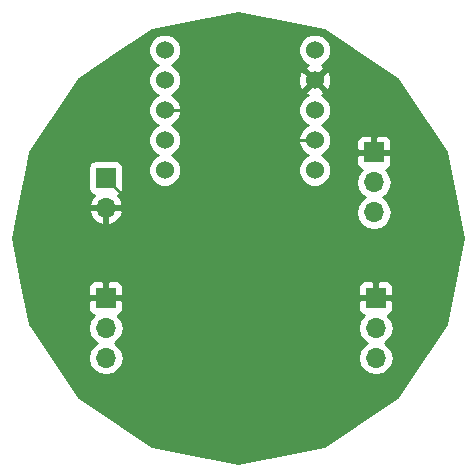
<source format=gbr>
G04 #@! TF.FileFunction,Copper,L2,Bot,Signal*
%FSLAX46Y46*%
G04 Gerber Fmt 4.6, Leading zero omitted, Abs format (unit mm)*
G04 Created by KiCad (PCBNEW 4.0.7) date 06/11/18 13:15:31*
%MOMM*%
%LPD*%
G01*
G04 APERTURE LIST*
%ADD10C,0.100000*%
%ADD11C,1.524000*%
%ADD12R,1.700000X1.700000*%
%ADD13O,1.700000X1.700000*%
%ADD14C,0.250000*%
%ADD15C,0.254000*%
G04 APERTURE END LIST*
D10*
D11*
X150431500Y-114522600D03*
X150431500Y-117062600D03*
X150431500Y-119602600D03*
X150431500Y-122142600D03*
X150431500Y-124682600D03*
X163131500Y-114522600D03*
X163131500Y-117062600D03*
X163131500Y-119602600D03*
X163131500Y-122142600D03*
X163131500Y-124682600D03*
D12*
X145440400Y-125349000D03*
D13*
X145440400Y-127889000D03*
D12*
X145440400Y-135509000D03*
D13*
X145440400Y-138049000D03*
X145440400Y-140589000D03*
D12*
X168300400Y-135509000D03*
D13*
X168300400Y-138049000D03*
X168300400Y-140589000D03*
D12*
X168148000Y-123190000D03*
D13*
X168148000Y-125730000D03*
X168148000Y-128270000D03*
D14*
X163131500Y-122142600D02*
X154717400Y-122142600D01*
X146857720Y-126766320D02*
X145440400Y-125349000D01*
X151185880Y-126766320D02*
X146857720Y-126766320D01*
X153111200Y-124841000D02*
X151185880Y-126766320D01*
X153111200Y-123748800D02*
X153111200Y-124841000D01*
X154717400Y-122142600D02*
X153111200Y-123748800D01*
X150431500Y-119602600D02*
X159573880Y-119602600D01*
X159872680Y-115336320D02*
X158028640Y-113492280D01*
X159872680Y-119303800D02*
X159872680Y-115336320D01*
X159573880Y-119602600D02*
X159872680Y-119303800D01*
D15*
G36*
X163938579Y-112813017D02*
X170124490Y-116946310D01*
X174257783Y-123132221D01*
X175709203Y-130429000D01*
X174257783Y-137725779D01*
X170124490Y-143911690D01*
X163938579Y-148044983D01*
X156641800Y-149496403D01*
X149345021Y-148044983D01*
X143159110Y-143911690D01*
X139241787Y-138049000D01*
X143926307Y-138049000D01*
X144039346Y-138617285D01*
X144361253Y-139099054D01*
X144690426Y-139319000D01*
X144361253Y-139538946D01*
X144039346Y-140020715D01*
X143926307Y-140589000D01*
X144039346Y-141157285D01*
X144361253Y-141639054D01*
X144843022Y-141960961D01*
X145411307Y-142074000D01*
X145469493Y-142074000D01*
X146037778Y-141960961D01*
X146519547Y-141639054D01*
X146841454Y-141157285D01*
X146954493Y-140589000D01*
X146841454Y-140020715D01*
X146519547Y-139538946D01*
X146190374Y-139319000D01*
X146519547Y-139099054D01*
X146841454Y-138617285D01*
X146954493Y-138049000D01*
X166786307Y-138049000D01*
X166899346Y-138617285D01*
X167221253Y-139099054D01*
X167550426Y-139319000D01*
X167221253Y-139538946D01*
X166899346Y-140020715D01*
X166786307Y-140589000D01*
X166899346Y-141157285D01*
X167221253Y-141639054D01*
X167703022Y-141960961D01*
X168271307Y-142074000D01*
X168329493Y-142074000D01*
X168897778Y-141960961D01*
X169379547Y-141639054D01*
X169701454Y-141157285D01*
X169814493Y-140589000D01*
X169701454Y-140020715D01*
X169379547Y-139538946D01*
X169050374Y-139319000D01*
X169379547Y-139099054D01*
X169701454Y-138617285D01*
X169814493Y-138049000D01*
X169701454Y-137480715D01*
X169379547Y-136998946D01*
X169335623Y-136969597D01*
X169510098Y-136897327D01*
X169688727Y-136718699D01*
X169785400Y-136485310D01*
X169785400Y-135794750D01*
X169626650Y-135636000D01*
X168427400Y-135636000D01*
X168427400Y-135656000D01*
X168173400Y-135656000D01*
X168173400Y-135636000D01*
X166974150Y-135636000D01*
X166815400Y-135794750D01*
X166815400Y-136485310D01*
X166912073Y-136718699D01*
X167090702Y-136897327D01*
X167265177Y-136969597D01*
X167221253Y-136998946D01*
X166899346Y-137480715D01*
X166786307Y-138049000D01*
X146954493Y-138049000D01*
X146841454Y-137480715D01*
X146519547Y-136998946D01*
X146475623Y-136969597D01*
X146650098Y-136897327D01*
X146828727Y-136718699D01*
X146925400Y-136485310D01*
X146925400Y-135794750D01*
X146766650Y-135636000D01*
X145567400Y-135636000D01*
X145567400Y-135656000D01*
X145313400Y-135656000D01*
X145313400Y-135636000D01*
X144114150Y-135636000D01*
X143955400Y-135794750D01*
X143955400Y-136485310D01*
X144052073Y-136718699D01*
X144230702Y-136897327D01*
X144405177Y-136969597D01*
X144361253Y-136998946D01*
X144039346Y-137480715D01*
X143926307Y-138049000D01*
X139241787Y-138049000D01*
X139025817Y-137725779D01*
X138390672Y-134532690D01*
X143955400Y-134532690D01*
X143955400Y-135223250D01*
X144114150Y-135382000D01*
X145313400Y-135382000D01*
X145313400Y-134182750D01*
X145567400Y-134182750D01*
X145567400Y-135382000D01*
X146766650Y-135382000D01*
X146925400Y-135223250D01*
X146925400Y-134532690D01*
X166815400Y-134532690D01*
X166815400Y-135223250D01*
X166974150Y-135382000D01*
X168173400Y-135382000D01*
X168173400Y-134182750D01*
X168427400Y-134182750D01*
X168427400Y-135382000D01*
X169626650Y-135382000D01*
X169785400Y-135223250D01*
X169785400Y-134532690D01*
X169688727Y-134299301D01*
X169510098Y-134120673D01*
X169276709Y-134024000D01*
X168586150Y-134024000D01*
X168427400Y-134182750D01*
X168173400Y-134182750D01*
X168014650Y-134024000D01*
X167324091Y-134024000D01*
X167090702Y-134120673D01*
X166912073Y-134299301D01*
X166815400Y-134532690D01*
X146925400Y-134532690D01*
X146828727Y-134299301D01*
X146650098Y-134120673D01*
X146416709Y-134024000D01*
X145726150Y-134024000D01*
X145567400Y-134182750D01*
X145313400Y-134182750D01*
X145154650Y-134024000D01*
X144464091Y-134024000D01*
X144230702Y-134120673D01*
X144052073Y-134299301D01*
X143955400Y-134532690D01*
X138390672Y-134532690D01*
X137574397Y-130429000D01*
X138008644Y-128245890D01*
X143998924Y-128245890D01*
X144168755Y-128655924D01*
X144559042Y-129084183D01*
X145083508Y-129330486D01*
X145313400Y-129209819D01*
X145313400Y-128016000D01*
X145567400Y-128016000D01*
X145567400Y-129209819D01*
X145797292Y-129330486D01*
X146321758Y-129084183D01*
X146712045Y-128655924D01*
X146881876Y-128245890D01*
X146760555Y-128016000D01*
X145567400Y-128016000D01*
X145313400Y-128016000D01*
X144120245Y-128016000D01*
X143998924Y-128245890D01*
X138008644Y-128245890D01*
X138753947Y-124499000D01*
X143942960Y-124499000D01*
X143942960Y-126199000D01*
X143987238Y-126434317D01*
X144126310Y-126650441D01*
X144338510Y-126795431D01*
X144446507Y-126817301D01*
X144168755Y-127122076D01*
X143998924Y-127532110D01*
X144120245Y-127762000D01*
X145313400Y-127762000D01*
X145313400Y-127742000D01*
X145567400Y-127742000D01*
X145567400Y-127762000D01*
X146760555Y-127762000D01*
X146881876Y-127532110D01*
X146712045Y-127122076D01*
X146435899Y-126819063D01*
X146525717Y-126802162D01*
X146741841Y-126663090D01*
X146886831Y-126450890D01*
X146937840Y-126199000D01*
X146937840Y-124499000D01*
X146893562Y-124263683D01*
X146754490Y-124047559D01*
X146542290Y-123902569D01*
X146290400Y-123851560D01*
X144590400Y-123851560D01*
X144355083Y-123895838D01*
X144138959Y-124034910D01*
X143993969Y-124247110D01*
X143942960Y-124499000D01*
X138753947Y-124499000D01*
X139025817Y-123132221D01*
X143146132Y-116965733D01*
X143164440Y-116942749D01*
X146372396Y-114799261D01*
X149034258Y-114799261D01*
X149246490Y-115312903D01*
X149639130Y-115706229D01*
X149847012Y-115792549D01*
X149641197Y-115877590D01*
X149247871Y-116270230D01*
X149034743Y-116783500D01*
X149034258Y-117339261D01*
X149246490Y-117852903D01*
X149639130Y-118246229D01*
X149847012Y-118332549D01*
X149641197Y-118417590D01*
X149247871Y-118810230D01*
X149034743Y-119323500D01*
X149034258Y-119879261D01*
X149246490Y-120392903D01*
X149639130Y-120786229D01*
X149847012Y-120872549D01*
X149641197Y-120957590D01*
X149247871Y-121350230D01*
X149034743Y-121863500D01*
X149034258Y-122419261D01*
X149246490Y-122932903D01*
X149639130Y-123326229D01*
X149847012Y-123412549D01*
X149641197Y-123497590D01*
X149247871Y-123890230D01*
X149034743Y-124403500D01*
X149034258Y-124959261D01*
X149246490Y-125472903D01*
X149639130Y-125866229D01*
X150152400Y-126079357D01*
X150708161Y-126079842D01*
X151221803Y-125867610D01*
X151615129Y-125474970D01*
X151828257Y-124961700D01*
X151828742Y-124405939D01*
X151616510Y-123892297D01*
X151223870Y-123498971D01*
X151015988Y-123412651D01*
X151221803Y-123327610D01*
X151615129Y-122934970D01*
X151828257Y-122421700D01*
X151828742Y-121865939D01*
X151616510Y-121352297D01*
X151223870Y-120958971D01*
X151015988Y-120872651D01*
X151221803Y-120787610D01*
X151615129Y-120394970D01*
X151828257Y-119881700D01*
X151828259Y-119879261D01*
X161734258Y-119879261D01*
X161946490Y-120392903D01*
X162339130Y-120786229D01*
X162547012Y-120872549D01*
X162341197Y-120957590D01*
X161947871Y-121350230D01*
X161734743Y-121863500D01*
X161734258Y-122419261D01*
X161946490Y-122932903D01*
X162339130Y-123326229D01*
X162547012Y-123412549D01*
X162341197Y-123497590D01*
X161947871Y-123890230D01*
X161734743Y-124403500D01*
X161734258Y-124959261D01*
X161946490Y-125472903D01*
X162339130Y-125866229D01*
X162852400Y-126079357D01*
X163408161Y-126079842D01*
X163921803Y-125867610D01*
X164059653Y-125730000D01*
X166633907Y-125730000D01*
X166746946Y-126298285D01*
X167068853Y-126780054D01*
X167398026Y-127000000D01*
X167068853Y-127219946D01*
X166746946Y-127701715D01*
X166633907Y-128270000D01*
X166746946Y-128838285D01*
X167068853Y-129320054D01*
X167550622Y-129641961D01*
X168118907Y-129755000D01*
X168177093Y-129755000D01*
X168745378Y-129641961D01*
X169227147Y-129320054D01*
X169549054Y-128838285D01*
X169662093Y-128270000D01*
X169549054Y-127701715D01*
X169227147Y-127219946D01*
X168897974Y-127000000D01*
X169227147Y-126780054D01*
X169549054Y-126298285D01*
X169662093Y-125730000D01*
X169549054Y-125161715D01*
X169227147Y-124679946D01*
X169183223Y-124650597D01*
X169357698Y-124578327D01*
X169536327Y-124399699D01*
X169633000Y-124166310D01*
X169633000Y-123475750D01*
X169474250Y-123317000D01*
X168275000Y-123317000D01*
X168275000Y-123337000D01*
X168021000Y-123337000D01*
X168021000Y-123317000D01*
X166821750Y-123317000D01*
X166663000Y-123475750D01*
X166663000Y-124166310D01*
X166759673Y-124399699D01*
X166938302Y-124578327D01*
X167112777Y-124650597D01*
X167068853Y-124679946D01*
X166746946Y-125161715D01*
X166633907Y-125730000D01*
X164059653Y-125730000D01*
X164315129Y-125474970D01*
X164528257Y-124961700D01*
X164528742Y-124405939D01*
X164316510Y-123892297D01*
X163923870Y-123498971D01*
X163715988Y-123412651D01*
X163921803Y-123327610D01*
X164315129Y-122934970D01*
X164528257Y-122421700D01*
X164528438Y-122213690D01*
X166663000Y-122213690D01*
X166663000Y-122904250D01*
X166821750Y-123063000D01*
X168021000Y-123063000D01*
X168021000Y-121863750D01*
X168275000Y-121863750D01*
X168275000Y-123063000D01*
X169474250Y-123063000D01*
X169633000Y-122904250D01*
X169633000Y-122213690D01*
X169536327Y-121980301D01*
X169357698Y-121801673D01*
X169124309Y-121705000D01*
X168433750Y-121705000D01*
X168275000Y-121863750D01*
X168021000Y-121863750D01*
X167862250Y-121705000D01*
X167171691Y-121705000D01*
X166938302Y-121801673D01*
X166759673Y-121980301D01*
X166663000Y-122213690D01*
X164528438Y-122213690D01*
X164528742Y-121865939D01*
X164316510Y-121352297D01*
X163923870Y-120958971D01*
X163715988Y-120872651D01*
X163921803Y-120787610D01*
X164315129Y-120394970D01*
X164528257Y-119881700D01*
X164528742Y-119325939D01*
X164316510Y-118812297D01*
X163923870Y-118418971D01*
X163731773Y-118339205D01*
X163862643Y-118284997D01*
X163932108Y-118042813D01*
X163131500Y-117242205D01*
X162330892Y-118042813D01*
X162400357Y-118284997D01*
X162540818Y-118335109D01*
X162341197Y-118417590D01*
X161947871Y-118810230D01*
X161734743Y-119323500D01*
X161734258Y-119879261D01*
X151828259Y-119879261D01*
X151828742Y-119325939D01*
X151616510Y-118812297D01*
X151223870Y-118418971D01*
X151015988Y-118332651D01*
X151221803Y-118247610D01*
X151615129Y-117854970D01*
X151828257Y-117341700D01*
X151828681Y-116854902D01*
X161722356Y-116854902D01*
X161750138Y-117409968D01*
X161909103Y-117793743D01*
X162151287Y-117863208D01*
X162951895Y-117062600D01*
X163311105Y-117062600D01*
X164111713Y-117863208D01*
X164353897Y-117793743D01*
X164540644Y-117270298D01*
X164512862Y-116715232D01*
X164353897Y-116331457D01*
X164111713Y-116261992D01*
X163311105Y-117062600D01*
X162951895Y-117062600D01*
X162151287Y-116261992D01*
X161909103Y-116331457D01*
X161722356Y-116854902D01*
X151828681Y-116854902D01*
X151828742Y-116785939D01*
X151616510Y-116272297D01*
X151223870Y-115878971D01*
X151015988Y-115792651D01*
X151221803Y-115707610D01*
X151615129Y-115314970D01*
X151828257Y-114801700D01*
X151828259Y-114799261D01*
X161734258Y-114799261D01*
X161946490Y-115312903D01*
X162339130Y-115706229D01*
X162531227Y-115785995D01*
X162400357Y-115840203D01*
X162330892Y-116082387D01*
X163131500Y-116882995D01*
X163932108Y-116082387D01*
X163862643Y-115840203D01*
X163722182Y-115790091D01*
X163921803Y-115707610D01*
X164315129Y-115314970D01*
X164528257Y-114801700D01*
X164528742Y-114245939D01*
X164316510Y-113732297D01*
X163923870Y-113338971D01*
X163410600Y-113125843D01*
X162854839Y-113125358D01*
X162341197Y-113337590D01*
X161947871Y-113730230D01*
X161734743Y-114243500D01*
X161734258Y-114799261D01*
X151828259Y-114799261D01*
X151828742Y-114245939D01*
X151616510Y-113732297D01*
X151223870Y-113338971D01*
X150710600Y-113125843D01*
X150154839Y-113125358D01*
X149641197Y-113337590D01*
X149247871Y-113730230D01*
X149034743Y-114243500D01*
X149034258Y-114799261D01*
X146372396Y-114799261D01*
X149345021Y-112813017D01*
X156641800Y-111361597D01*
X163938579Y-112813017D01*
X163938579Y-112813017D01*
G37*
X163938579Y-112813017D02*
X170124490Y-116946310D01*
X174257783Y-123132221D01*
X175709203Y-130429000D01*
X174257783Y-137725779D01*
X170124490Y-143911690D01*
X163938579Y-148044983D01*
X156641800Y-149496403D01*
X149345021Y-148044983D01*
X143159110Y-143911690D01*
X139241787Y-138049000D01*
X143926307Y-138049000D01*
X144039346Y-138617285D01*
X144361253Y-139099054D01*
X144690426Y-139319000D01*
X144361253Y-139538946D01*
X144039346Y-140020715D01*
X143926307Y-140589000D01*
X144039346Y-141157285D01*
X144361253Y-141639054D01*
X144843022Y-141960961D01*
X145411307Y-142074000D01*
X145469493Y-142074000D01*
X146037778Y-141960961D01*
X146519547Y-141639054D01*
X146841454Y-141157285D01*
X146954493Y-140589000D01*
X146841454Y-140020715D01*
X146519547Y-139538946D01*
X146190374Y-139319000D01*
X146519547Y-139099054D01*
X146841454Y-138617285D01*
X146954493Y-138049000D01*
X166786307Y-138049000D01*
X166899346Y-138617285D01*
X167221253Y-139099054D01*
X167550426Y-139319000D01*
X167221253Y-139538946D01*
X166899346Y-140020715D01*
X166786307Y-140589000D01*
X166899346Y-141157285D01*
X167221253Y-141639054D01*
X167703022Y-141960961D01*
X168271307Y-142074000D01*
X168329493Y-142074000D01*
X168897778Y-141960961D01*
X169379547Y-141639054D01*
X169701454Y-141157285D01*
X169814493Y-140589000D01*
X169701454Y-140020715D01*
X169379547Y-139538946D01*
X169050374Y-139319000D01*
X169379547Y-139099054D01*
X169701454Y-138617285D01*
X169814493Y-138049000D01*
X169701454Y-137480715D01*
X169379547Y-136998946D01*
X169335623Y-136969597D01*
X169510098Y-136897327D01*
X169688727Y-136718699D01*
X169785400Y-136485310D01*
X169785400Y-135794750D01*
X169626650Y-135636000D01*
X168427400Y-135636000D01*
X168427400Y-135656000D01*
X168173400Y-135656000D01*
X168173400Y-135636000D01*
X166974150Y-135636000D01*
X166815400Y-135794750D01*
X166815400Y-136485310D01*
X166912073Y-136718699D01*
X167090702Y-136897327D01*
X167265177Y-136969597D01*
X167221253Y-136998946D01*
X166899346Y-137480715D01*
X166786307Y-138049000D01*
X146954493Y-138049000D01*
X146841454Y-137480715D01*
X146519547Y-136998946D01*
X146475623Y-136969597D01*
X146650098Y-136897327D01*
X146828727Y-136718699D01*
X146925400Y-136485310D01*
X146925400Y-135794750D01*
X146766650Y-135636000D01*
X145567400Y-135636000D01*
X145567400Y-135656000D01*
X145313400Y-135656000D01*
X145313400Y-135636000D01*
X144114150Y-135636000D01*
X143955400Y-135794750D01*
X143955400Y-136485310D01*
X144052073Y-136718699D01*
X144230702Y-136897327D01*
X144405177Y-136969597D01*
X144361253Y-136998946D01*
X144039346Y-137480715D01*
X143926307Y-138049000D01*
X139241787Y-138049000D01*
X139025817Y-137725779D01*
X138390672Y-134532690D01*
X143955400Y-134532690D01*
X143955400Y-135223250D01*
X144114150Y-135382000D01*
X145313400Y-135382000D01*
X145313400Y-134182750D01*
X145567400Y-134182750D01*
X145567400Y-135382000D01*
X146766650Y-135382000D01*
X146925400Y-135223250D01*
X146925400Y-134532690D01*
X166815400Y-134532690D01*
X166815400Y-135223250D01*
X166974150Y-135382000D01*
X168173400Y-135382000D01*
X168173400Y-134182750D01*
X168427400Y-134182750D01*
X168427400Y-135382000D01*
X169626650Y-135382000D01*
X169785400Y-135223250D01*
X169785400Y-134532690D01*
X169688727Y-134299301D01*
X169510098Y-134120673D01*
X169276709Y-134024000D01*
X168586150Y-134024000D01*
X168427400Y-134182750D01*
X168173400Y-134182750D01*
X168014650Y-134024000D01*
X167324091Y-134024000D01*
X167090702Y-134120673D01*
X166912073Y-134299301D01*
X166815400Y-134532690D01*
X146925400Y-134532690D01*
X146828727Y-134299301D01*
X146650098Y-134120673D01*
X146416709Y-134024000D01*
X145726150Y-134024000D01*
X145567400Y-134182750D01*
X145313400Y-134182750D01*
X145154650Y-134024000D01*
X144464091Y-134024000D01*
X144230702Y-134120673D01*
X144052073Y-134299301D01*
X143955400Y-134532690D01*
X138390672Y-134532690D01*
X137574397Y-130429000D01*
X138008644Y-128245890D01*
X143998924Y-128245890D01*
X144168755Y-128655924D01*
X144559042Y-129084183D01*
X145083508Y-129330486D01*
X145313400Y-129209819D01*
X145313400Y-128016000D01*
X145567400Y-128016000D01*
X145567400Y-129209819D01*
X145797292Y-129330486D01*
X146321758Y-129084183D01*
X146712045Y-128655924D01*
X146881876Y-128245890D01*
X146760555Y-128016000D01*
X145567400Y-128016000D01*
X145313400Y-128016000D01*
X144120245Y-128016000D01*
X143998924Y-128245890D01*
X138008644Y-128245890D01*
X138753947Y-124499000D01*
X143942960Y-124499000D01*
X143942960Y-126199000D01*
X143987238Y-126434317D01*
X144126310Y-126650441D01*
X144338510Y-126795431D01*
X144446507Y-126817301D01*
X144168755Y-127122076D01*
X143998924Y-127532110D01*
X144120245Y-127762000D01*
X145313400Y-127762000D01*
X145313400Y-127742000D01*
X145567400Y-127742000D01*
X145567400Y-127762000D01*
X146760555Y-127762000D01*
X146881876Y-127532110D01*
X146712045Y-127122076D01*
X146435899Y-126819063D01*
X146525717Y-126802162D01*
X146741841Y-126663090D01*
X146886831Y-126450890D01*
X146937840Y-126199000D01*
X146937840Y-124499000D01*
X146893562Y-124263683D01*
X146754490Y-124047559D01*
X146542290Y-123902569D01*
X146290400Y-123851560D01*
X144590400Y-123851560D01*
X144355083Y-123895838D01*
X144138959Y-124034910D01*
X143993969Y-124247110D01*
X143942960Y-124499000D01*
X138753947Y-124499000D01*
X139025817Y-123132221D01*
X143146132Y-116965733D01*
X143164440Y-116942749D01*
X146372396Y-114799261D01*
X149034258Y-114799261D01*
X149246490Y-115312903D01*
X149639130Y-115706229D01*
X149847012Y-115792549D01*
X149641197Y-115877590D01*
X149247871Y-116270230D01*
X149034743Y-116783500D01*
X149034258Y-117339261D01*
X149246490Y-117852903D01*
X149639130Y-118246229D01*
X149847012Y-118332549D01*
X149641197Y-118417590D01*
X149247871Y-118810230D01*
X149034743Y-119323500D01*
X149034258Y-119879261D01*
X149246490Y-120392903D01*
X149639130Y-120786229D01*
X149847012Y-120872549D01*
X149641197Y-120957590D01*
X149247871Y-121350230D01*
X149034743Y-121863500D01*
X149034258Y-122419261D01*
X149246490Y-122932903D01*
X149639130Y-123326229D01*
X149847012Y-123412549D01*
X149641197Y-123497590D01*
X149247871Y-123890230D01*
X149034743Y-124403500D01*
X149034258Y-124959261D01*
X149246490Y-125472903D01*
X149639130Y-125866229D01*
X150152400Y-126079357D01*
X150708161Y-126079842D01*
X151221803Y-125867610D01*
X151615129Y-125474970D01*
X151828257Y-124961700D01*
X151828742Y-124405939D01*
X151616510Y-123892297D01*
X151223870Y-123498971D01*
X151015988Y-123412651D01*
X151221803Y-123327610D01*
X151615129Y-122934970D01*
X151828257Y-122421700D01*
X151828742Y-121865939D01*
X151616510Y-121352297D01*
X151223870Y-120958971D01*
X151015988Y-120872651D01*
X151221803Y-120787610D01*
X151615129Y-120394970D01*
X151828257Y-119881700D01*
X151828259Y-119879261D01*
X161734258Y-119879261D01*
X161946490Y-120392903D01*
X162339130Y-120786229D01*
X162547012Y-120872549D01*
X162341197Y-120957590D01*
X161947871Y-121350230D01*
X161734743Y-121863500D01*
X161734258Y-122419261D01*
X161946490Y-122932903D01*
X162339130Y-123326229D01*
X162547012Y-123412549D01*
X162341197Y-123497590D01*
X161947871Y-123890230D01*
X161734743Y-124403500D01*
X161734258Y-124959261D01*
X161946490Y-125472903D01*
X162339130Y-125866229D01*
X162852400Y-126079357D01*
X163408161Y-126079842D01*
X163921803Y-125867610D01*
X164059653Y-125730000D01*
X166633907Y-125730000D01*
X166746946Y-126298285D01*
X167068853Y-126780054D01*
X167398026Y-127000000D01*
X167068853Y-127219946D01*
X166746946Y-127701715D01*
X166633907Y-128270000D01*
X166746946Y-128838285D01*
X167068853Y-129320054D01*
X167550622Y-129641961D01*
X168118907Y-129755000D01*
X168177093Y-129755000D01*
X168745378Y-129641961D01*
X169227147Y-129320054D01*
X169549054Y-128838285D01*
X169662093Y-128270000D01*
X169549054Y-127701715D01*
X169227147Y-127219946D01*
X168897974Y-127000000D01*
X169227147Y-126780054D01*
X169549054Y-126298285D01*
X169662093Y-125730000D01*
X169549054Y-125161715D01*
X169227147Y-124679946D01*
X169183223Y-124650597D01*
X169357698Y-124578327D01*
X169536327Y-124399699D01*
X169633000Y-124166310D01*
X169633000Y-123475750D01*
X169474250Y-123317000D01*
X168275000Y-123317000D01*
X168275000Y-123337000D01*
X168021000Y-123337000D01*
X168021000Y-123317000D01*
X166821750Y-123317000D01*
X166663000Y-123475750D01*
X166663000Y-124166310D01*
X166759673Y-124399699D01*
X166938302Y-124578327D01*
X167112777Y-124650597D01*
X167068853Y-124679946D01*
X166746946Y-125161715D01*
X166633907Y-125730000D01*
X164059653Y-125730000D01*
X164315129Y-125474970D01*
X164528257Y-124961700D01*
X164528742Y-124405939D01*
X164316510Y-123892297D01*
X163923870Y-123498971D01*
X163715988Y-123412651D01*
X163921803Y-123327610D01*
X164315129Y-122934970D01*
X164528257Y-122421700D01*
X164528438Y-122213690D01*
X166663000Y-122213690D01*
X166663000Y-122904250D01*
X166821750Y-123063000D01*
X168021000Y-123063000D01*
X168021000Y-121863750D01*
X168275000Y-121863750D01*
X168275000Y-123063000D01*
X169474250Y-123063000D01*
X169633000Y-122904250D01*
X169633000Y-122213690D01*
X169536327Y-121980301D01*
X169357698Y-121801673D01*
X169124309Y-121705000D01*
X168433750Y-121705000D01*
X168275000Y-121863750D01*
X168021000Y-121863750D01*
X167862250Y-121705000D01*
X167171691Y-121705000D01*
X166938302Y-121801673D01*
X166759673Y-121980301D01*
X166663000Y-122213690D01*
X164528438Y-122213690D01*
X164528742Y-121865939D01*
X164316510Y-121352297D01*
X163923870Y-120958971D01*
X163715988Y-120872651D01*
X163921803Y-120787610D01*
X164315129Y-120394970D01*
X164528257Y-119881700D01*
X164528742Y-119325939D01*
X164316510Y-118812297D01*
X163923870Y-118418971D01*
X163731773Y-118339205D01*
X163862643Y-118284997D01*
X163932108Y-118042813D01*
X163131500Y-117242205D01*
X162330892Y-118042813D01*
X162400357Y-118284997D01*
X162540818Y-118335109D01*
X162341197Y-118417590D01*
X161947871Y-118810230D01*
X161734743Y-119323500D01*
X161734258Y-119879261D01*
X151828259Y-119879261D01*
X151828742Y-119325939D01*
X151616510Y-118812297D01*
X151223870Y-118418971D01*
X151015988Y-118332651D01*
X151221803Y-118247610D01*
X151615129Y-117854970D01*
X151828257Y-117341700D01*
X151828681Y-116854902D01*
X161722356Y-116854902D01*
X161750138Y-117409968D01*
X161909103Y-117793743D01*
X162151287Y-117863208D01*
X162951895Y-117062600D01*
X163311105Y-117062600D01*
X164111713Y-117863208D01*
X164353897Y-117793743D01*
X164540644Y-117270298D01*
X164512862Y-116715232D01*
X164353897Y-116331457D01*
X164111713Y-116261992D01*
X163311105Y-117062600D01*
X162951895Y-117062600D01*
X162151287Y-116261992D01*
X161909103Y-116331457D01*
X161722356Y-116854902D01*
X151828681Y-116854902D01*
X151828742Y-116785939D01*
X151616510Y-116272297D01*
X151223870Y-115878971D01*
X151015988Y-115792651D01*
X151221803Y-115707610D01*
X151615129Y-115314970D01*
X151828257Y-114801700D01*
X151828259Y-114799261D01*
X161734258Y-114799261D01*
X161946490Y-115312903D01*
X162339130Y-115706229D01*
X162531227Y-115785995D01*
X162400357Y-115840203D01*
X162330892Y-116082387D01*
X163131500Y-116882995D01*
X163932108Y-116082387D01*
X163862643Y-115840203D01*
X163722182Y-115790091D01*
X163921803Y-115707610D01*
X164315129Y-115314970D01*
X164528257Y-114801700D01*
X164528742Y-114245939D01*
X164316510Y-113732297D01*
X163923870Y-113338971D01*
X163410600Y-113125843D01*
X162854839Y-113125358D01*
X162341197Y-113337590D01*
X161947871Y-113730230D01*
X161734743Y-114243500D01*
X161734258Y-114799261D01*
X151828259Y-114799261D01*
X151828742Y-114245939D01*
X151616510Y-113732297D01*
X151223870Y-113338971D01*
X150710600Y-113125843D01*
X150154839Y-113125358D01*
X149641197Y-113337590D01*
X149247871Y-113730230D01*
X149034743Y-114243500D01*
X149034258Y-114799261D01*
X146372396Y-114799261D01*
X149345021Y-112813017D01*
X156641800Y-111361597D01*
X163938579Y-112813017D01*
M02*

</source>
